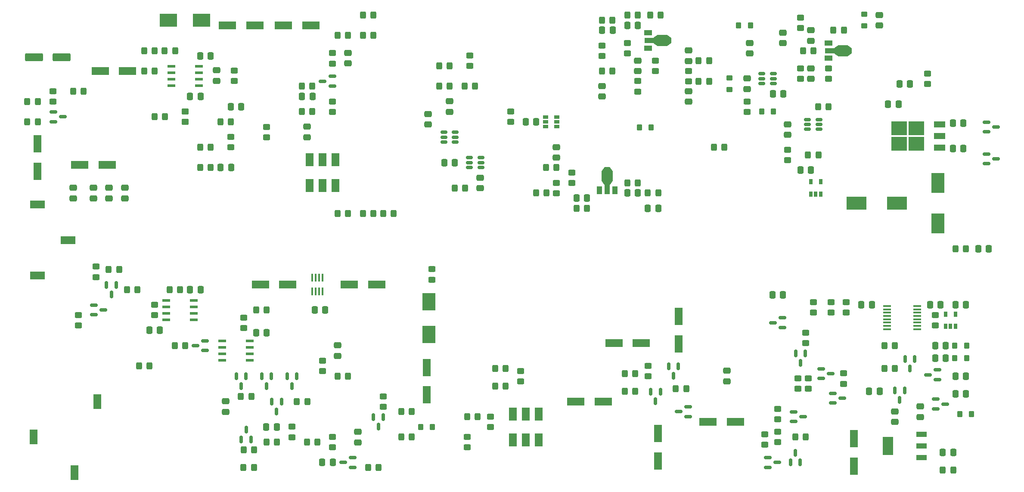
<source format=gtp>
G04 #@! TF.GenerationSoftware,KiCad,Pcbnew,6.0.2-378541a8eb~116~ubuntu20.04.1*
G04 #@! TF.CreationDate,2022-04-18T14:06:08-07:00*
G04 #@! TF.ProjectId,trx_mobo_concept_2,7472785f-6d6f-4626-9f5f-636f6e636570,rev?*
G04 #@! TF.SameCoordinates,Original*
G04 #@! TF.FileFunction,Paste,Top*
G04 #@! TF.FilePolarity,Positive*
%FSLAX46Y46*%
G04 Gerber Fmt 4.6, Leading zero omitted, Abs format (unit mm)*
G04 Created by KiCad (PCBNEW 6.0.2-378541a8eb~116~ubuntu20.04.1) date 2022-04-18 14:06:08*
%MOMM*%
%LPD*%
G01*
G04 APERTURE LIST*
G04 Aperture macros list*
%AMRoundRect*
0 Rectangle with rounded corners*
0 $1 Rounding radius*
0 $2 $3 $4 $5 $6 $7 $8 $9 X,Y pos of 4 corners*
0 Add a 4 corners polygon primitive as box body*
4,1,4,$2,$3,$4,$5,$6,$7,$8,$9,$2,$3,0*
0 Add four circle primitives for the rounded corners*
1,1,$1+$1,$2,$3*
1,1,$1+$1,$4,$5*
1,1,$1+$1,$6,$7*
1,1,$1+$1,$8,$9*
0 Add four rect primitives between the rounded corners*
20,1,$1+$1,$2,$3,$4,$5,0*
20,1,$1+$1,$4,$5,$6,$7,0*
20,1,$1+$1,$6,$7,$8,$9,0*
20,1,$1+$1,$8,$9,$2,$3,0*%
%AMOutline4P*
0 Free polygon, 4 corners , with rotation*
0 The origin of the aperture is its center*
0 number of corners: always 4*
0 $1 to $8 corner X, Y*
0 $9 Rotation angle, in degrees counterclockwise*
0 create outline with 4 corners*
4,1,4,$1,$2,$3,$4,$5,$6,$7,$8,$1,$2,$9*%
G04 Aperture macros list end*
%ADD10RoundRect,0.250000X0.337500X0.475000X-0.337500X0.475000X-0.337500X-0.475000X0.337500X-0.475000X0*%
%ADD11RoundRect,0.250000X-0.337500X-0.475000X0.337500X-0.475000X0.337500X0.475000X-0.337500X0.475000X0*%
%ADD12RoundRect,0.250000X-0.475000X0.337500X-0.475000X-0.337500X0.475000X-0.337500X0.475000X0.337500X0*%
%ADD13RoundRect,0.250000X0.475000X-0.337500X0.475000X0.337500X-0.475000X0.337500X-0.475000X-0.337500X0*%
%ADD14R,3.500000X1.600000*%
%ADD15R,1.600000X3.500000*%
%ADD16R,2.500000X3.500000*%
%ADD17R,4.000000X2.500000*%
%ADD18R,2.500000X4.000000*%
%ADD19R,3.500000X2.500000*%
%ADD20RoundRect,0.150000X-0.150000X0.587500X-0.150000X-0.587500X0.150000X-0.587500X0.150000X0.587500X0*%
%ADD21RoundRect,0.150000X0.587500X0.150000X-0.587500X0.150000X-0.587500X-0.150000X0.587500X-0.150000X0*%
%ADD22RoundRect,0.250000X0.275000X0.350000X-0.275000X0.350000X-0.275000X-0.350000X0.275000X-0.350000X0*%
%ADD23RoundRect,0.250000X0.350000X-0.275000X0.350000X0.275000X-0.350000X0.275000X-0.350000X-0.275000X0*%
%ADD24RoundRect,0.250000X-0.350000X0.275000X-0.350000X-0.275000X0.350000X-0.275000X0.350000X0.275000X0*%
%ADD25RoundRect,0.150000X-0.587500X-0.150000X0.587500X-0.150000X0.587500X0.150000X-0.587500X0.150000X0*%
%ADD26RoundRect,0.150000X0.150000X-0.587500X0.150000X0.587500X-0.150000X0.587500X-0.150000X-0.587500X0*%
%ADD27R,1.000000X1.500000*%
%ADD28R,2.200000X1.840000*%
%ADD29Outline4P,-1.100000X-0.500000X1.100000X-0.500000X0.400000X0.500000X-0.400000X0.500000X180.000000*%
%ADD30Outline4P,-1.100000X-0.425000X1.100000X-0.425000X0.500000X0.425000X-0.500000X0.425000X0.000000*%
%ADD31R,1.000000X1.800000*%
%ADD32R,1.500000X1.000000*%
%ADD33R,1.800000X1.000000*%
%ADD34R,1.840000X2.200000*%
%ADD35Outline4P,-1.100000X-0.500000X1.100000X-0.500000X0.400000X0.500000X-0.400000X0.500000X90.000000*%
%ADD36Outline4P,-1.100000X-0.425000X1.100000X-0.425000X0.500000X0.425000X-0.500000X0.425000X270.000000*%
%ADD37RoundRect,0.250000X-0.450000X0.325000X-0.450000X-0.325000X0.450000X-0.325000X0.450000X0.325000X0*%
%ADD38RoundRect,0.250000X-0.325000X-0.450000X0.325000X-0.450000X0.325000X0.450000X-0.325000X0.450000X0*%
%ADD39RoundRect,0.250000X0.450000X-0.325000X0.450000X0.325000X-0.450000X0.325000X-0.450000X-0.325000X0*%
%ADD40RoundRect,0.250000X0.325000X0.450000X-0.325000X0.450000X-0.325000X-0.450000X0.325000X-0.450000X0*%
%ADD41R,0.700000X1.000000*%
%ADD42R,1.500000X0.450000*%
%ADD43R,1.650000X2.540000*%
%ADD44R,0.400000X1.560000*%
%ADD45R,1.550000X0.600000*%
%ADD46RoundRect,0.150000X-0.512500X-0.150000X0.512500X-0.150000X0.512500X0.150000X-0.512500X0.150000X0*%
%ADD47R,1.060000X0.650000*%
%ADD48RoundRect,0.150000X0.512500X0.150000X-0.512500X0.150000X-0.512500X-0.150000X0.512500X-0.150000X0*%
%ADD49R,2.032000X1.016000*%
%ADD50R,2.032000X3.657600*%
%ADD51R,3.000000X1.500000*%
%ADD52R,1.500000X3.000000*%
%ADD53RoundRect,0.250000X1.500000X0.550000X-1.500000X0.550000X-1.500000X-0.550000X1.500000X-0.550000X0*%
%ADD54R,3.050000X2.750000*%
%ADD55R,2.200000X1.200000*%
%ADD56RoundRect,0.250000X0.450000X-0.350000X0.450000X0.350000X-0.450000X0.350000X-0.450000X-0.350000X0*%
G04 APERTURE END LIST*
D10*
X237537500Y-126000000D03*
X235462500Y-126000000D03*
X237537500Y-129500000D03*
X235462500Y-129500000D03*
X233537500Y-120000000D03*
X231462500Y-120000000D03*
X233537500Y-122500000D03*
X231462500Y-122500000D03*
D11*
X235462500Y-112000000D03*
X237537500Y-112000000D03*
D10*
X207037500Y-85500000D03*
X204962500Y-85500000D03*
D12*
X223500000Y-132962500D03*
X223500000Y-135037500D03*
D10*
X220562500Y-129000000D03*
X218487500Y-129000000D03*
D11*
X230462500Y-112000000D03*
X232537500Y-112000000D03*
D13*
X66000000Y-91037500D03*
X66000000Y-88962500D03*
X62000000Y-91037500D03*
X62000000Y-88962500D03*
D12*
X72200000Y-88962500D03*
X72200000Y-91037500D03*
X69000000Y-88962500D03*
X69000000Y-91037500D03*
D10*
X109037500Y-71000000D03*
X106962500Y-71000000D03*
D12*
X108000000Y-76962500D03*
X108000000Y-79037500D03*
D13*
X116000000Y-64512500D03*
X116000000Y-62437500D03*
D11*
X92962500Y-73000000D03*
X95037500Y-73000000D03*
X90962500Y-85000000D03*
X93037500Y-85000000D03*
D13*
X118000000Y-139037500D03*
X118000000Y-136962500D03*
D14*
X98800000Y-108000000D03*
X104200000Y-108000000D03*
D15*
X131500000Y-129700000D03*
X131500000Y-124300000D03*
D16*
X131900000Y-111350000D03*
X131900000Y-117850000D03*
D10*
X111537500Y-113000000D03*
X109462500Y-113000000D03*
D11*
X97962500Y-117500000D03*
X100037500Y-117500000D03*
X84962500Y-109000000D03*
X87037500Y-109000000D03*
D14*
X116300000Y-108000000D03*
X121700000Y-108000000D03*
D13*
X114000000Y-122037500D03*
X114000000Y-119962500D03*
D12*
X190500000Y-124962500D03*
X190500000Y-127037500D03*
D17*
X216000000Y-92000000D03*
X224000000Y-92000000D03*
D11*
X216962500Y-112000000D03*
X219037500Y-112000000D03*
D18*
X232000000Y-96000000D03*
X232000000Y-88000000D03*
D11*
X239962500Y-101000000D03*
X242037500Y-101000000D03*
D14*
X173700000Y-119500000D03*
X168300000Y-119500000D03*
D15*
X181000000Y-119700000D03*
X181000000Y-114300000D03*
D14*
X186800000Y-135000000D03*
X192200000Y-135000000D03*
D15*
X177000000Y-137300000D03*
X177000000Y-142700000D03*
D14*
X166200000Y-131000000D03*
X160800000Y-131000000D03*
D15*
X215500000Y-138300000D03*
X215500000Y-143700000D03*
D11*
X232962500Y-141000000D03*
X235037500Y-141000000D03*
D13*
X228500000Y-134037500D03*
X228500000Y-131962500D03*
D11*
X86962500Y-63000000D03*
X89037500Y-63000000D03*
D19*
X87250000Y-56000000D03*
X80750000Y-56000000D03*
D14*
X72700000Y-66000000D03*
X67300000Y-66000000D03*
D13*
X90200000Y-67937500D03*
X90200000Y-65862500D03*
D14*
X92300000Y-57000000D03*
X97700000Y-57000000D03*
X108700000Y-57000000D03*
X103300000Y-57000000D03*
D10*
X87037500Y-71000000D03*
X84962500Y-71000000D03*
D14*
X68700000Y-84500000D03*
X63300000Y-84500000D03*
D15*
X55000000Y-80300000D03*
X55000000Y-85700000D03*
D13*
X136000000Y-74037500D03*
X136000000Y-71962500D03*
D10*
X137037500Y-84000000D03*
X134962500Y-84000000D03*
D13*
X131750000Y-76537500D03*
X131750000Y-74462500D03*
D12*
X142000000Y-86962500D03*
X142000000Y-89037500D03*
D11*
X174962500Y-93000000D03*
X177037500Y-93000000D03*
D12*
X157000000Y-80962500D03*
X157000000Y-83037500D03*
D11*
X160962500Y-91000000D03*
X163037500Y-91000000D03*
X170962500Y-90000000D03*
X173037500Y-90000000D03*
X150962500Y-76000000D03*
X153037500Y-76000000D03*
D12*
X195000000Y-60462500D03*
X195000000Y-62537500D03*
D13*
X183000000Y-72037500D03*
X183000000Y-69962500D03*
D10*
X173037500Y-57000000D03*
X170962500Y-57000000D03*
D12*
X166000000Y-68962500D03*
X166000000Y-71037500D03*
D10*
X168062500Y-58000000D03*
X165987500Y-58000000D03*
D12*
X173000000Y-63962500D03*
X173000000Y-66037500D03*
D11*
X199562500Y-70500000D03*
X201637500Y-70500000D03*
D12*
X202500000Y-76462500D03*
X202500000Y-78537500D03*
D13*
X194500000Y-69537500D03*
X194500000Y-67462500D03*
D10*
X224287500Y-72500000D03*
X222212500Y-72500000D03*
D12*
X220500000Y-54962500D03*
X220500000Y-57037500D03*
D10*
X226537500Y-68500000D03*
X224462500Y-68500000D03*
D12*
X207000000Y-57962500D03*
X207000000Y-60037500D03*
X201500000Y-58462500D03*
X201500000Y-60537500D03*
X207000000Y-65462500D03*
X207000000Y-67537500D03*
D20*
X100950000Y-126062500D03*
X99050000Y-126062500D03*
X100000000Y-127937500D03*
X95950000Y-126062500D03*
X94050000Y-126062500D03*
X95000000Y-127937500D03*
X105950000Y-126062500D03*
X104050000Y-126062500D03*
X105000000Y-127937500D03*
D21*
X87937500Y-120950000D03*
X87937500Y-119050000D03*
X86062500Y-120000000D03*
D22*
X237650000Y-120000000D03*
X235350000Y-120000000D03*
X237650000Y-122500000D03*
X235350000Y-122500000D03*
X238650000Y-133500000D03*
X236350000Y-133500000D03*
X132650000Y-136000000D03*
X130350000Y-136000000D03*
X175650000Y-77100000D03*
X173350000Y-77100000D03*
X195150000Y-57000000D03*
X192850000Y-57000000D03*
X199650000Y-74000000D03*
X197350000Y-74000000D03*
D23*
X191000000Y-69650000D03*
X191000000Y-67350000D03*
D24*
X217500000Y-54850000D03*
X217500000Y-57150000D03*
D25*
X231562500Y-130550000D03*
X231562500Y-132450000D03*
X233437500Y-131500000D03*
D21*
X231937500Y-126700000D03*
X231937500Y-124800000D03*
X230062500Y-125750000D03*
D20*
X227450000Y-122625000D03*
X225550000Y-122625000D03*
X226500000Y-124500000D03*
D21*
X112937500Y-68950000D03*
X112937500Y-67050000D03*
X111062500Y-68000000D03*
X116937500Y-143950000D03*
X116937500Y-142050000D03*
X115062500Y-143000000D03*
D20*
X102950000Y-131062500D03*
X101050000Y-131062500D03*
X102000000Y-132937500D03*
X122950000Y-134062500D03*
X121050000Y-134062500D03*
X122000000Y-135937500D03*
X70450000Y-108062500D03*
X68550000Y-108062500D03*
X69500000Y-109937500D03*
D21*
X201437500Y-116450000D03*
X201437500Y-114550000D03*
X199562500Y-115500000D03*
D20*
X180950000Y-124062500D03*
X179050000Y-124062500D03*
X180000000Y-125937500D03*
X177450000Y-129062500D03*
X175550000Y-129062500D03*
X176500000Y-130937500D03*
D25*
X203662500Y-133050000D03*
X203662500Y-134950000D03*
X205537500Y-134000000D03*
D26*
X203050000Y-142937500D03*
X204950000Y-142937500D03*
X204000000Y-141062500D03*
D25*
X198562500Y-142050000D03*
X198562500Y-143950000D03*
X200437500Y-143000000D03*
X209062500Y-124550000D03*
X209062500Y-126450000D03*
X210937500Y-125500000D03*
X211312500Y-129400000D03*
X211312500Y-131300000D03*
X213187500Y-130350000D03*
D20*
X205950000Y-121562500D03*
X204050000Y-121562500D03*
X205000000Y-123437500D03*
D25*
X58062500Y-74050000D03*
X58062500Y-75950000D03*
X59937500Y-75000000D03*
D27*
X165500000Y-89480000D03*
D28*
X167000000Y-86666500D03*
D29*
X167000000Y-88076200D03*
D30*
X167000000Y-85333000D03*
D31*
X167000000Y-89333500D03*
D27*
X168500000Y-89480000D03*
D32*
X175020000Y-58500000D03*
D33*
X175166500Y-60000000D03*
D34*
X177833500Y-60000000D03*
D35*
X176423800Y-60000000D03*
D36*
X179167000Y-60000000D03*
D32*
X175020000Y-61500000D03*
X210520000Y-60500000D03*
D34*
X213333500Y-62000000D03*
D35*
X211923800Y-62000000D03*
D36*
X214667000Y-62000000D03*
D33*
X210666500Y-62000000D03*
D32*
X210520000Y-63500000D03*
D37*
X63000000Y-113975000D03*
X63000000Y-116025000D03*
D38*
X221475000Y-124500000D03*
X223525000Y-124500000D03*
X221475000Y-120000000D03*
X223525000Y-120000000D03*
D39*
X66500000Y-106525000D03*
X66500000Y-104475000D03*
X214000000Y-113525000D03*
X214000000Y-111475000D03*
X211000000Y-113525000D03*
X211000000Y-111475000D03*
X207500000Y-113525000D03*
X207500000Y-111475000D03*
X231500000Y-116025000D03*
X231500000Y-113975000D03*
D38*
X74975000Y-124000000D03*
X77025000Y-124000000D03*
D40*
X89025000Y-85000000D03*
X86975000Y-85000000D03*
D37*
X100000000Y-76975000D03*
X100000000Y-79025000D03*
D38*
X118975000Y-94000000D03*
X121025000Y-94000000D03*
X106975000Y-74000000D03*
X109025000Y-74000000D03*
X122975000Y-94000000D03*
X125025000Y-94000000D03*
D40*
X116025000Y-94000000D03*
X113975000Y-94000000D03*
D37*
X113000000Y-71975000D03*
X113000000Y-74025000D03*
D40*
X116025000Y-59000000D03*
X113975000Y-59000000D03*
D39*
X113000000Y-64525000D03*
X113000000Y-62475000D03*
X93000000Y-81025000D03*
X93000000Y-78975000D03*
D40*
X93025000Y-76000000D03*
X90975000Y-76000000D03*
X89025000Y-81000000D03*
X86975000Y-81000000D03*
X122025000Y-144000000D03*
X119975000Y-144000000D03*
D39*
X105000000Y-138025000D03*
X105000000Y-135975000D03*
D40*
X128525000Y-133000000D03*
X126475000Y-133000000D03*
D38*
X126475000Y-138000000D03*
X128525000Y-138000000D03*
D40*
X110025000Y-139000000D03*
X107975000Y-139000000D03*
D38*
X68975000Y-105000000D03*
X71025000Y-105000000D03*
X105975000Y-131000000D03*
X108025000Y-131000000D03*
D39*
X123000000Y-132025000D03*
X123000000Y-129975000D03*
D40*
X74625000Y-109000000D03*
X72575000Y-109000000D03*
D39*
X132500000Y-107025000D03*
X132500000Y-104975000D03*
D38*
X80975000Y-109000000D03*
X83025000Y-109000000D03*
X113975000Y-126000000D03*
X116025000Y-126000000D03*
X97975000Y-113000000D03*
X100025000Y-113000000D03*
D39*
X95500000Y-116525000D03*
X95500000Y-114475000D03*
X111000000Y-125025000D03*
X111000000Y-122975000D03*
X78000000Y-114025000D03*
X78000000Y-111975000D03*
D38*
X81975000Y-120000000D03*
X84025000Y-120000000D03*
X235475000Y-101000000D03*
X237525000Y-101000000D03*
D40*
X141525000Y-134000000D03*
X139475000Y-134000000D03*
D37*
X150000000Y-124975000D03*
X150000000Y-127025000D03*
X139500000Y-137975000D03*
X139500000Y-140025000D03*
X144000000Y-133975000D03*
X144000000Y-136025000D03*
D40*
X147025000Y-128000000D03*
X144975000Y-128000000D03*
X147025000Y-124500000D03*
X144975000Y-124500000D03*
X182525000Y-128500000D03*
X180475000Y-128500000D03*
D37*
X175000000Y-123975000D03*
X175000000Y-126025000D03*
D40*
X172525000Y-129000000D03*
X170475000Y-129000000D03*
X172525000Y-125500000D03*
X170475000Y-125500000D03*
D38*
X232975000Y-144500000D03*
X235025000Y-144500000D03*
D37*
X200500000Y-132475000D03*
X200500000Y-134525000D03*
D40*
X206025000Y-138000000D03*
X203975000Y-138000000D03*
D37*
X200500000Y-136975000D03*
X200500000Y-139025000D03*
D39*
X198000000Y-139525000D03*
X198000000Y-137475000D03*
X204500000Y-128525000D03*
X204500000Y-126475000D03*
D37*
X213500000Y-125475000D03*
X213500000Y-127525000D03*
X206500000Y-126475000D03*
X206500000Y-128525000D03*
D39*
X206000000Y-119525000D03*
X206000000Y-117475000D03*
D40*
X78025000Y-66000000D03*
X75975000Y-66000000D03*
D39*
X93700000Y-67925000D03*
X93700000Y-65875000D03*
D40*
X78025000Y-62000000D03*
X75975000Y-62000000D03*
X82025000Y-62000000D03*
X79975000Y-62000000D03*
X80025000Y-75000000D03*
X77975000Y-75000000D03*
D38*
X61975000Y-70000000D03*
X64025000Y-70000000D03*
D37*
X58000000Y-69975000D03*
X58000000Y-72025000D03*
D38*
X52975000Y-76000000D03*
X55025000Y-76000000D03*
D40*
X55025000Y-72000000D03*
X52975000Y-72000000D03*
X139025000Y-89000000D03*
X136975000Y-89000000D03*
D38*
X133975000Y-69000000D03*
X136025000Y-69000000D03*
X138975000Y-69000000D03*
X141025000Y-69000000D03*
X133975000Y-65000000D03*
X136025000Y-65000000D03*
D40*
X121025000Y-59000000D03*
X118975000Y-59000000D03*
D37*
X148000000Y-73975000D03*
X148000000Y-76025000D03*
D39*
X140000000Y-65025000D03*
X140000000Y-62975000D03*
D37*
X157000000Y-87975000D03*
X157000000Y-90025000D03*
D40*
X155025000Y-90000000D03*
X152975000Y-90000000D03*
X157025000Y-85000000D03*
X154975000Y-85000000D03*
D37*
X160000000Y-85975000D03*
X160000000Y-88025000D03*
D38*
X187975000Y-81000000D03*
X190025000Y-81000000D03*
D40*
X163025000Y-93000000D03*
X160975000Y-93000000D03*
D38*
X174975000Y-90000000D03*
X177025000Y-90000000D03*
X170975000Y-88000000D03*
X173025000Y-88000000D03*
D40*
X173025000Y-55000000D03*
X170975000Y-55000000D03*
D39*
X183000000Y-68025000D03*
X183000000Y-65975000D03*
D38*
X184975000Y-64000000D03*
X187025000Y-64000000D03*
X184975000Y-68000000D03*
X187025000Y-68000000D03*
D40*
X177525000Y-55000000D03*
X175475000Y-55000000D03*
D37*
X166000000Y-60975000D03*
X166000000Y-63025000D03*
D38*
X165975000Y-66000000D03*
X168025000Y-66000000D03*
X165975000Y-56000000D03*
X168025000Y-56000000D03*
D37*
X171000000Y-60475000D03*
X171000000Y-62525000D03*
X173000000Y-67975000D03*
X173000000Y-70025000D03*
X176500000Y-63975000D03*
X176500000Y-66025000D03*
X202500000Y-81475000D03*
X202500000Y-83525000D03*
D39*
X194500000Y-74025000D03*
X194500000Y-71975000D03*
D38*
X206475000Y-82500000D03*
X208525000Y-82500000D03*
X208475000Y-73000000D03*
X210525000Y-73000000D03*
D37*
X205000000Y-55475000D03*
X205000000Y-57525000D03*
D39*
X230000000Y-68525000D03*
X230000000Y-66475000D03*
D40*
X213525000Y-58000000D03*
X211475000Y-58000000D03*
X207525000Y-62000000D03*
X205475000Y-62000000D03*
D39*
X205000000Y-67525000D03*
X205000000Y-65475000D03*
D37*
X210500000Y-65475000D03*
X210500000Y-67525000D03*
D41*
X233550000Y-116200000D03*
X234500000Y-116200000D03*
X235450000Y-116200000D03*
X235450000Y-113800000D03*
X233550000Y-113800000D03*
X207050000Y-90200000D03*
X208000000Y-90200000D03*
X208950000Y-90200000D03*
X208950000Y-87800000D03*
X207050000Y-87800000D03*
D42*
X222050000Y-112225000D03*
X222050000Y-112875000D03*
X222050000Y-113525000D03*
X222050000Y-114175000D03*
X222050000Y-114825000D03*
X222050000Y-115475000D03*
X222050000Y-116125000D03*
X222050000Y-116775000D03*
X227950000Y-116775000D03*
X227950000Y-116125000D03*
X227950000Y-115475000D03*
X227950000Y-114825000D03*
X227950000Y-114175000D03*
X227950000Y-113525000D03*
X227950000Y-112875000D03*
X227950000Y-112225000D03*
D43*
X113540000Y-83460000D03*
X111000000Y-83460000D03*
X108460000Y-83460000D03*
X108460000Y-88540000D03*
X111000000Y-88540000D03*
X113540000Y-88540000D03*
D44*
X109020000Y-109350000D03*
X109670000Y-109350000D03*
X110330000Y-109350000D03*
X110980000Y-109350000D03*
X110980000Y-106650000D03*
X110330000Y-106650000D03*
X109670000Y-106650000D03*
X109020000Y-106650000D03*
D45*
X85700000Y-114905000D03*
X85700000Y-113635000D03*
X85700000Y-112365000D03*
X85700000Y-111095000D03*
X80300000Y-111095000D03*
X80300000Y-112365000D03*
X80300000Y-113635000D03*
X80300000Y-114905000D03*
X91300000Y-119095000D03*
X91300000Y-120365000D03*
X91300000Y-121635000D03*
X91300000Y-122905000D03*
X96700000Y-122905000D03*
X96700000Y-121635000D03*
X96700000Y-120365000D03*
X96700000Y-119095000D03*
D43*
X153540000Y-133460000D03*
X151000000Y-133460000D03*
X148460000Y-133460000D03*
X148460000Y-138540000D03*
X151000000Y-138540000D03*
X153540000Y-138540000D03*
D45*
X81300000Y-65095000D03*
X81300000Y-66365000D03*
X81300000Y-67635000D03*
X81300000Y-68905000D03*
X86700000Y-68905000D03*
X86700000Y-67635000D03*
X86700000Y-66365000D03*
X86700000Y-65095000D03*
D46*
X134862500Y-78050000D03*
X134862500Y-79000000D03*
X134862500Y-79950000D03*
X137137500Y-79950000D03*
X137137500Y-79000000D03*
X137137500Y-78050000D03*
D47*
X157100000Y-76950000D03*
X157100000Y-76000000D03*
X157100000Y-75050000D03*
X154900000Y-75050000D03*
X154900000Y-76000000D03*
X154900000Y-76950000D03*
D48*
X208637500Y-77450000D03*
X208637500Y-76500000D03*
X208637500Y-75550000D03*
X206362500Y-75550000D03*
X206362500Y-76500000D03*
X206362500Y-77450000D03*
D20*
X225450000Y-128812500D03*
X223550000Y-128812500D03*
X224500000Y-130687500D03*
D49*
X228802000Y-142036000D03*
X228802000Y-139750000D03*
D50*
X222198000Y-139750000D03*
D49*
X228802000Y-137464000D03*
D51*
X55000000Y-92250000D03*
X61000000Y-99250000D03*
X55000000Y-106250000D03*
D52*
X66750000Y-131000000D03*
X54250000Y-138000000D03*
X62250000Y-145000000D03*
D38*
X99975000Y-139000000D03*
X102025000Y-139000000D03*
D40*
X97025000Y-130000000D03*
X94975000Y-130000000D03*
X97550000Y-140500000D03*
X95500000Y-140500000D03*
X97525000Y-144000000D03*
X95475000Y-144000000D03*
D12*
X92000000Y-130962500D03*
X92000000Y-133037500D03*
D11*
X99962500Y-136000000D03*
X102037500Y-136000000D03*
D10*
X113037500Y-143000000D03*
X110962500Y-143000000D03*
D26*
X95050000Y-138437500D03*
X96950000Y-138437500D03*
X96000000Y-136562500D03*
D25*
X66062500Y-112050000D03*
X66062500Y-113950000D03*
X67937500Y-113000000D03*
D39*
X113000000Y-140025000D03*
X113000000Y-137975000D03*
D10*
X79037500Y-117000000D03*
X76962500Y-117000000D03*
D38*
X106975000Y-69000000D03*
X109025000Y-69000000D03*
D40*
X121025000Y-55000000D03*
X118975000Y-55000000D03*
D48*
X142137500Y-84950000D03*
X142137500Y-84000000D03*
X142137500Y-83050000D03*
X139862500Y-83050000D03*
X139862500Y-84000000D03*
X139862500Y-84950000D03*
D10*
X201537500Y-110000000D03*
X199462500Y-110000000D03*
D13*
X183000000Y-64037500D03*
X183000000Y-61962500D03*
D48*
X199637500Y-68450000D03*
X199637500Y-67500000D03*
X199637500Y-66550000D03*
X197362500Y-66550000D03*
X197362500Y-67500000D03*
X197362500Y-68450000D03*
D21*
X182937500Y-133950000D03*
X182937500Y-132050000D03*
X181062500Y-133000000D03*
D11*
X234962500Y-76250000D03*
X237037500Y-76250000D03*
D25*
X241562500Y-82300000D03*
X241562500Y-84200000D03*
X243437500Y-83250000D03*
D53*
X59700000Y-63250000D03*
X54300000Y-63250000D03*
D25*
X241562500Y-76050000D03*
X241562500Y-77950000D03*
X243437500Y-77000000D03*
D54*
X224400000Y-80275000D03*
X224400000Y-77225000D03*
X227750000Y-77225000D03*
X227750000Y-80275000D03*
D55*
X232375000Y-81030000D03*
X232375000Y-78750000D03*
X232375000Y-76470000D03*
D56*
X84000000Y-76000000D03*
X84000000Y-74000000D03*
D11*
X234962500Y-81250000D03*
X237037500Y-81250000D03*
M02*

</source>
